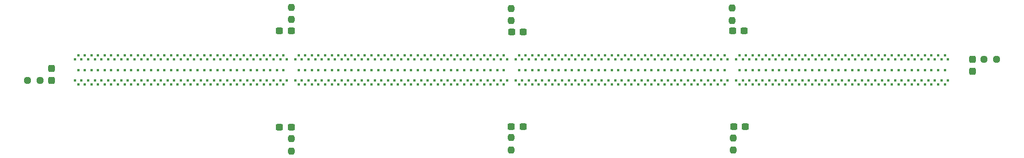
<source format=gbr>
%TF.GenerationSoftware,KiCad,Pcbnew,8.0.2*%
%TF.CreationDate,2024-07-16T15:49:33+02:00*%
%TF.ProjectId,4-MPPC_FARICH_Prototype,342d4d50-5043-45f4-9641-524943485f50,rev?*%
%TF.SameCoordinates,Original*%
%TF.FileFunction,Paste,Top*%
%TF.FilePolarity,Positive*%
%FSLAX46Y46*%
G04 Gerber Fmt 4.6, Leading zero omitted, Abs format (unit mm)*
G04 Created by KiCad (PCBNEW 8.0.2) date 2024-07-16 15:49:33*
%MOMM*%
%LPD*%
G01*
G04 APERTURE LIST*
G04 Aperture macros list*
%AMRoundRect*
0 Rectangle with rounded corners*
0 $1 Rounding radius*
0 $2 $3 $4 $5 $6 $7 $8 $9 X,Y pos of 4 corners*
0 Add a 4 corners polygon primitive as box body*
4,1,4,$2,$3,$4,$5,$6,$7,$8,$9,$2,$3,0*
0 Add four circle primitives for the rounded corners*
1,1,$1+$1,$2,$3*
1,1,$1+$1,$4,$5*
1,1,$1+$1,$6,$7*
1,1,$1+$1,$8,$9*
0 Add four rect primitives between the rounded corners*
20,1,$1+$1,$2,$3,$4,$5,0*
20,1,$1+$1,$4,$5,$6,$7,0*
20,1,$1+$1,$6,$7,$8,$9,0*
20,1,$1+$1,$8,$9,$2,$3,0*%
G04 Aperture macros list end*
%ADD10RoundRect,0.237500X-0.237500X0.250000X-0.237500X-0.250000X0.237500X-0.250000X0.237500X0.250000X0*%
%ADD11RoundRect,0.237500X0.300000X0.237500X-0.300000X0.237500X-0.300000X-0.237500X0.300000X-0.237500X0*%
%ADD12RoundRect,0.237500X0.237500X-0.250000X0.237500X0.250000X-0.237500X0.250000X-0.237500X-0.250000X0*%
%ADD13C,0.450000*%
%ADD14RoundRect,0.237500X-0.250000X-0.237500X0.250000X-0.237500X0.250000X0.237500X-0.250000X0.237500X0*%
%ADD15RoundRect,0.237500X-0.237500X0.300000X-0.237500X-0.300000X0.237500X-0.300000X0.237500X0.300000X0*%
%ADD16RoundRect,0.237500X-0.300000X-0.237500X0.300000X-0.237500X0.300000X0.237500X-0.300000X0.237500X0*%
%ADD17RoundRect,0.237500X0.237500X-0.300000X0.237500X0.300000X-0.237500X0.300000X-0.237500X-0.300000X0*%
%ADD18RoundRect,0.237500X0.250000X0.237500X-0.250000X0.237500X-0.250000X-0.237500X0.250000X-0.237500X0*%
G04 APERTURE END LIST*
D10*
%TO.C,R4*%
X178720707Y-101126793D03*
X178720707Y-102951793D03*
%TD*%
D11*
%TO.C,C2*%
X113313207Y-99549293D03*
X111588207Y-99549293D03*
%TD*%
D12*
%TO.C,R7*%
X178565707Y-83669889D03*
X178565707Y-81844889D03*
%TD*%
D13*
%TO.C,MPPC1*%
X112680000Y-92580000D03*
X112190000Y-88880000D03*
X112190000Y-93180000D03*
X111700000Y-89480000D03*
X111700000Y-92580000D03*
X111210000Y-88880000D03*
X111210000Y-93180000D03*
X110720000Y-89480000D03*
X110720000Y-92580000D03*
X110230000Y-88880000D03*
X110230000Y-93180000D03*
X109740000Y-89480000D03*
X109740000Y-92580000D03*
X109250000Y-88880000D03*
X109250000Y-93180000D03*
X108760000Y-89480000D03*
X108760000Y-92580000D03*
X108270000Y-88880000D03*
X108270000Y-93180000D03*
X107780000Y-89480000D03*
X107780000Y-92580000D03*
X107290000Y-88880000D03*
X107290000Y-93180000D03*
X106800000Y-89480000D03*
X106800000Y-92580000D03*
X106310000Y-88880000D03*
X106310000Y-93180000D03*
X105820000Y-89480000D03*
X105820000Y-92580000D03*
X105330000Y-88880000D03*
X105330000Y-93180000D03*
X104840000Y-89480000D03*
X104840000Y-92580000D03*
X104350000Y-88880000D03*
X104350000Y-93180000D03*
X103860000Y-89480000D03*
X103860000Y-92580000D03*
X103370000Y-88880000D03*
X103370000Y-93180000D03*
X102880000Y-89480000D03*
X102880000Y-92580000D03*
X102390000Y-88880000D03*
X102390000Y-93180000D03*
X101900000Y-89480000D03*
X101900000Y-92580000D03*
X101410000Y-88880000D03*
X101410000Y-93180000D03*
X100920000Y-89480000D03*
X100920000Y-92580000D03*
X100430000Y-88880000D03*
X100430000Y-93180000D03*
X99940000Y-89480000D03*
X99940000Y-92580000D03*
X99450000Y-88880000D03*
X99450000Y-93180000D03*
X98960000Y-89480000D03*
X98960000Y-92580000D03*
X98470000Y-88880000D03*
X98470000Y-93180000D03*
X97980000Y-89480000D03*
X97980000Y-92580000D03*
X97490000Y-88880000D03*
X97490000Y-93180000D03*
X97000000Y-89480000D03*
X97000000Y-92580000D03*
X96510000Y-88880000D03*
X96510000Y-93180000D03*
X96020000Y-89480000D03*
X96020000Y-92580000D03*
X95530000Y-88880000D03*
X95530000Y-93180000D03*
X95040000Y-89480000D03*
X95040000Y-92580000D03*
X94550000Y-88880000D03*
X94550000Y-93180000D03*
X94060000Y-89480000D03*
X94060000Y-92580000D03*
X93570000Y-88880000D03*
X93570000Y-93180000D03*
X93080000Y-89480000D03*
X93080000Y-92580000D03*
X92590000Y-88880000D03*
X92590000Y-93180000D03*
X92100000Y-89480000D03*
X92100000Y-92580000D03*
X91610000Y-88880000D03*
X91610000Y-93180000D03*
X91120000Y-89480000D03*
X91120000Y-92580000D03*
X90630000Y-88880000D03*
X90630000Y-93180000D03*
X90140000Y-89480000D03*
X90140000Y-92580000D03*
X89650000Y-88880000D03*
X89650000Y-93180000D03*
X89160000Y-89480000D03*
X89160000Y-92580000D03*
X88670000Y-88880000D03*
X88670000Y-93180000D03*
X88180000Y-89480000D03*
X88180000Y-92580000D03*
X87690000Y-88880000D03*
X87690000Y-93180000D03*
X87200000Y-89480000D03*
X87200000Y-92580000D03*
X86710000Y-88880000D03*
X86710000Y-93180000D03*
X86220000Y-89480000D03*
X86220000Y-92580000D03*
X85730000Y-88880000D03*
X85730000Y-93180000D03*
X85240000Y-89480000D03*
X85240000Y-92580000D03*
X84750000Y-88880000D03*
X84750000Y-93180000D03*
X84260000Y-89480000D03*
X84260000Y-92580000D03*
X83770000Y-88880000D03*
X83770000Y-93180000D03*
X83280000Y-89480000D03*
X83280000Y-92580000D03*
X82790000Y-88880000D03*
X82790000Y-93180000D03*
X82300000Y-89480000D03*
X82300000Y-92580000D03*
X81810000Y-88880000D03*
X81810000Y-93180000D03*
X81320000Y-89480000D03*
X81320000Y-92580000D03*
X81810000Y-91030000D03*
X82790000Y-91030000D03*
X83770000Y-91030000D03*
X84750000Y-91030000D03*
X85730000Y-91030000D03*
X86710000Y-91030000D03*
X87690000Y-91030000D03*
X88670000Y-91030000D03*
X89650000Y-91030000D03*
X90630000Y-91030000D03*
X91610000Y-91030000D03*
X92590000Y-91030000D03*
X93570000Y-91030000D03*
X94550000Y-91030000D03*
X95530000Y-91030000D03*
X96510000Y-91030000D03*
X97490000Y-91030000D03*
X98470000Y-91030000D03*
X99450000Y-91030000D03*
X100430000Y-91030000D03*
X101410000Y-91030000D03*
X102390000Y-91030000D03*
X103370000Y-91030000D03*
X104350000Y-91030000D03*
X105330000Y-91030000D03*
X106310000Y-91030000D03*
X107290000Y-91030000D03*
X108270000Y-91030000D03*
X109250000Y-91030000D03*
X110230000Y-91030000D03*
X111210000Y-91030000D03*
X112190000Y-91030000D03*
X112680000Y-89480000D03*
%TD*%
%TO.C,MPPC4*%
X210480000Y-92580000D03*
X209990000Y-88880000D03*
X209990000Y-93180000D03*
X209500000Y-89480000D03*
X209500000Y-92580000D03*
X209010000Y-88880000D03*
X209010000Y-93180000D03*
X208520000Y-89480000D03*
X208520000Y-92580000D03*
X208030000Y-88880000D03*
X208030000Y-93180000D03*
X207540000Y-89480000D03*
X207540000Y-92580000D03*
X207050000Y-88880000D03*
X207050000Y-93180000D03*
X206560000Y-89480000D03*
X206560000Y-92580000D03*
X206070000Y-88880000D03*
X206070000Y-93180000D03*
X205580000Y-89480000D03*
X205580000Y-92580000D03*
X205090000Y-88880000D03*
X205090000Y-93180000D03*
X204600000Y-89480000D03*
X204600000Y-92580000D03*
X204110000Y-88880000D03*
X204110000Y-93180000D03*
X203620000Y-89480000D03*
X203620000Y-92580000D03*
X203130000Y-88880000D03*
X203130000Y-93180000D03*
X202640000Y-89480000D03*
X202640000Y-92580000D03*
X202150000Y-88880000D03*
X202150000Y-93180000D03*
X201660000Y-89480000D03*
X201660000Y-92580000D03*
X201170000Y-88880000D03*
X201170000Y-93180000D03*
X200680000Y-89480000D03*
X200680000Y-92580000D03*
X200190000Y-88880000D03*
X200190000Y-93180000D03*
X199700000Y-89480000D03*
X199700000Y-92580000D03*
X199210000Y-88880000D03*
X199210000Y-93180000D03*
X198720000Y-89480000D03*
X198720000Y-92580000D03*
X198230000Y-88880000D03*
X198230000Y-93180000D03*
X197740000Y-89480000D03*
X197740000Y-92580000D03*
X197250000Y-88880000D03*
X197250000Y-93180000D03*
X196760000Y-89480000D03*
X196760000Y-92580000D03*
X196270000Y-88880000D03*
X196270000Y-93180000D03*
X195780000Y-89480000D03*
X195780000Y-92580000D03*
X195290000Y-88880000D03*
X195290000Y-93180000D03*
X194800000Y-89480000D03*
X194800000Y-92580000D03*
X194310000Y-88880000D03*
X194310000Y-93180000D03*
X193820000Y-89480000D03*
X193820000Y-92580000D03*
X193330000Y-88880000D03*
X193330000Y-93180000D03*
X192840000Y-89480000D03*
X192840000Y-92580000D03*
X192350000Y-88880000D03*
X192350000Y-93180000D03*
X191860000Y-89480000D03*
X191860000Y-92580000D03*
X191370000Y-88880000D03*
X191370000Y-93180000D03*
X190880000Y-89480000D03*
X190880000Y-92580000D03*
X190390000Y-88880000D03*
X190390000Y-93180000D03*
X189900000Y-89480000D03*
X189900000Y-92580000D03*
X189410000Y-88880000D03*
X189410000Y-93180000D03*
X188920000Y-89480000D03*
X188920000Y-92580000D03*
X188430000Y-88880000D03*
X188430000Y-93180000D03*
X187940000Y-89480000D03*
X187940000Y-92580000D03*
X187450000Y-88880000D03*
X187450000Y-93180000D03*
X186960000Y-89480000D03*
X186960000Y-92580000D03*
X186470000Y-88880000D03*
X186470000Y-93180000D03*
X185980000Y-89480000D03*
X185980000Y-92580000D03*
X185490000Y-88880000D03*
X185490000Y-93180000D03*
X185000000Y-89480000D03*
X185000000Y-92580000D03*
X184510000Y-88880000D03*
X184510000Y-93180000D03*
X184020000Y-89480000D03*
X184020000Y-92580000D03*
X183530000Y-88880000D03*
X183530000Y-93180000D03*
X183040000Y-89480000D03*
X183040000Y-92580000D03*
X182550000Y-88880000D03*
X182550000Y-93180000D03*
X182060000Y-89480000D03*
X182060000Y-92580000D03*
X181570000Y-88880000D03*
X181570000Y-93180000D03*
X181080000Y-89480000D03*
X181080000Y-92580000D03*
X180590000Y-88880000D03*
X180590000Y-93180000D03*
X180100000Y-89480000D03*
X180100000Y-92580000D03*
X179610000Y-88880000D03*
X179610000Y-93180000D03*
X179120000Y-89480000D03*
X179120000Y-92580000D03*
X179610000Y-91030000D03*
X180590000Y-91030000D03*
X181570000Y-91030000D03*
X182550000Y-91030000D03*
X183530000Y-91030000D03*
X184510000Y-91030000D03*
X185490000Y-91030000D03*
X186470000Y-91030000D03*
X187450000Y-91030000D03*
X188430000Y-91030000D03*
X189410000Y-91030000D03*
X190390000Y-91030000D03*
X191370000Y-91030000D03*
X192350000Y-91030000D03*
X193330000Y-91030000D03*
X194310000Y-91030000D03*
X195290000Y-91030000D03*
X196270000Y-91030000D03*
X197250000Y-91030000D03*
X198230000Y-91030000D03*
X199210000Y-91030000D03*
X200190000Y-91030000D03*
X201170000Y-91030000D03*
X202150000Y-91030000D03*
X203130000Y-91030000D03*
X204110000Y-91030000D03*
X205090000Y-91030000D03*
X206070000Y-91030000D03*
X207050000Y-91030000D03*
X208030000Y-91030000D03*
X209010000Y-91030000D03*
X209990000Y-91030000D03*
X210480000Y-89480000D03*
%TD*%
D10*
%TO.C,R3*%
X145830707Y-101101793D03*
X145830707Y-102926793D03*
%TD*%
D14*
%TO.C,R8*%
X215805707Y-89439293D03*
X217630707Y-89439293D03*
%TD*%
D15*
%TO.C,C8*%
X214118207Y-89496793D03*
X214118207Y-91221793D03*
%TD*%
D16*
%TO.C,C6*%
X145896457Y-85399888D03*
X147621457Y-85399888D03*
%TD*%
%TO.C,C4*%
X178778207Y-99439293D03*
X180503207Y-99439293D03*
%TD*%
D12*
%TO.C,R1*%
X113358957Y-83539888D03*
X113358957Y-81714888D03*
%TD*%
D17*
%TO.C,C5*%
X77850707Y-92571793D03*
X77850707Y-90846793D03*
%TD*%
D11*
%TO.C,C1*%
X113301457Y-85227388D03*
X111576457Y-85227388D03*
%TD*%
D16*
%TO.C,C7*%
X178625707Y-85247389D03*
X180350707Y-85247389D03*
%TD*%
D12*
%TO.C,R6*%
X145838957Y-83712388D03*
X145838957Y-81887388D03*
%TD*%
D13*
%TO.C,MPPC3*%
X177880000Y-92580000D03*
X177390000Y-88880000D03*
X177390000Y-93180000D03*
X176900000Y-89480000D03*
X176900000Y-92580000D03*
X176410000Y-88880000D03*
X176410000Y-93180000D03*
X175920000Y-89480000D03*
X175920000Y-92580000D03*
X175430000Y-88880000D03*
X175430000Y-93180000D03*
X174940000Y-89480000D03*
X174940000Y-92580000D03*
X174450000Y-88880000D03*
X174450000Y-93180000D03*
X173960000Y-89480000D03*
X173960000Y-92580000D03*
X173470000Y-88880000D03*
X173470000Y-93180000D03*
X172980000Y-89480000D03*
X172980000Y-92580000D03*
X172490000Y-88880000D03*
X172490000Y-93180000D03*
X172000000Y-89480000D03*
X172000000Y-92580000D03*
X171510000Y-88880000D03*
X171510000Y-93180000D03*
X171020000Y-89480000D03*
X171020000Y-92580000D03*
X170530000Y-88880000D03*
X170530000Y-93180000D03*
X170040000Y-89480000D03*
X170040000Y-92580000D03*
X169550000Y-88880000D03*
X169550000Y-93180000D03*
X169060000Y-89480000D03*
X169060000Y-92580000D03*
X168570000Y-88880000D03*
X168570000Y-93180000D03*
X168080000Y-89480000D03*
X168080000Y-92580000D03*
X167590000Y-88880000D03*
X167590000Y-93180000D03*
X167100000Y-89480000D03*
X167100000Y-92580000D03*
X166610000Y-88880000D03*
X166610000Y-93180000D03*
X166120000Y-89480000D03*
X166120000Y-92580000D03*
X165630000Y-88880000D03*
X165630000Y-93180000D03*
X165140000Y-89480000D03*
X165140000Y-92580000D03*
X164650000Y-88880000D03*
X164650000Y-93180000D03*
X164160000Y-89480000D03*
X164160000Y-92580000D03*
X163670000Y-88880000D03*
X163670000Y-93180000D03*
X163180000Y-89480000D03*
X163180000Y-92580000D03*
X162690000Y-88880000D03*
X162690000Y-93180000D03*
X162200000Y-89480000D03*
X162200000Y-92580000D03*
X161710000Y-88880000D03*
X161710000Y-93180000D03*
X161220000Y-89480000D03*
X161220000Y-92580000D03*
X160730000Y-88880000D03*
X160730000Y-93180000D03*
X160240000Y-89480000D03*
X160240000Y-92580000D03*
X159750000Y-88880000D03*
X159750000Y-93180000D03*
X159260000Y-89480000D03*
X159260000Y-92580000D03*
X158770000Y-88880000D03*
X158770000Y-93180000D03*
X158280000Y-89480000D03*
X158280000Y-92580000D03*
X157790000Y-88880000D03*
X157790000Y-93180000D03*
X157300000Y-89480000D03*
X157300000Y-92580000D03*
X156810000Y-88880000D03*
X156810000Y-93180000D03*
X156320000Y-89480000D03*
X156320000Y-92580000D03*
X155830000Y-88880000D03*
X155830000Y-93180000D03*
X155340000Y-89480000D03*
X155340000Y-92580000D03*
X154850000Y-88880000D03*
X154850000Y-93180000D03*
X154360000Y-89480000D03*
X154360000Y-92580000D03*
X153870000Y-88880000D03*
X153870000Y-93180000D03*
X153380000Y-89480000D03*
X153380000Y-92580000D03*
X152890000Y-88880000D03*
X152890000Y-93180000D03*
X152400000Y-89480000D03*
X152400000Y-92580000D03*
X151910000Y-88880000D03*
X151910000Y-93180000D03*
X151420000Y-89480000D03*
X151420000Y-92580000D03*
X150930000Y-88880000D03*
X150930000Y-93180000D03*
X150440000Y-89480000D03*
X150440000Y-92580000D03*
X149950000Y-88880000D03*
X149950000Y-93180000D03*
X149460000Y-89480000D03*
X149460000Y-92580000D03*
X148970000Y-88880000D03*
X148970000Y-93180000D03*
X148480000Y-89480000D03*
X148480000Y-92580000D03*
X147990000Y-88880000D03*
X147990000Y-93180000D03*
X147500000Y-89480000D03*
X147500000Y-92580000D03*
X147010000Y-88880000D03*
X147010000Y-93180000D03*
X146520000Y-89480000D03*
X146520000Y-92580000D03*
X147010000Y-91030000D03*
X147990000Y-91030000D03*
X148970000Y-91030000D03*
X149950000Y-91030000D03*
X150930000Y-91030000D03*
X151910000Y-91030000D03*
X152890000Y-91030000D03*
X153870000Y-91030000D03*
X154850000Y-91030000D03*
X155830000Y-91030000D03*
X156810000Y-91030000D03*
X157790000Y-91030000D03*
X158770000Y-91030000D03*
X159750000Y-91030000D03*
X160730000Y-91030000D03*
X161710000Y-91030000D03*
X162690000Y-91030000D03*
X163670000Y-91030000D03*
X164650000Y-91030000D03*
X165630000Y-91030000D03*
X166610000Y-91030000D03*
X167590000Y-91030000D03*
X168570000Y-91030000D03*
X169550000Y-91030000D03*
X170530000Y-91030000D03*
X171510000Y-91030000D03*
X172490000Y-91030000D03*
X173470000Y-91030000D03*
X174450000Y-91030000D03*
X175430000Y-91030000D03*
X176410000Y-91030000D03*
X177390000Y-91030000D03*
X177880000Y-89480000D03*
%TD*%
D18*
%TO.C,R5*%
X76163207Y-92629293D03*
X74338207Y-92629293D03*
%TD*%
D10*
%TO.C,R2*%
X113370707Y-101236793D03*
X113370707Y-103061793D03*
%TD*%
D16*
%TO.C,C3*%
X145888207Y-99414293D03*
X147613207Y-99414293D03*
%TD*%
D13*
%TO.C,MPPC2*%
X145280000Y-92580000D03*
X144790000Y-88880000D03*
X144790000Y-93180000D03*
X144300000Y-89480000D03*
X144300000Y-92580000D03*
X143810000Y-88880000D03*
X143810000Y-93180000D03*
X143320000Y-89480000D03*
X143320000Y-92580000D03*
X142830000Y-88880000D03*
X142830000Y-93180000D03*
X142340000Y-89480000D03*
X142340000Y-92580000D03*
X141850000Y-88880000D03*
X141850000Y-93180000D03*
X141360000Y-89480000D03*
X141360000Y-92580000D03*
X140870000Y-88880000D03*
X140870000Y-93180000D03*
X140380000Y-89480000D03*
X140380000Y-92580000D03*
X139890000Y-88880000D03*
X139890000Y-93180000D03*
X139400000Y-89480000D03*
X139400000Y-92580000D03*
X138910000Y-88880000D03*
X138910000Y-93180000D03*
X138420000Y-89480000D03*
X138420000Y-92580000D03*
X137930000Y-88880000D03*
X137930000Y-93180000D03*
X137440000Y-89480000D03*
X137440000Y-92580000D03*
X136950000Y-88880000D03*
X136950000Y-93180000D03*
X136460000Y-89480000D03*
X136460000Y-92580000D03*
X135970000Y-88880000D03*
X135970000Y-93180000D03*
X135480000Y-89480000D03*
X135480000Y-92580000D03*
X134990000Y-88880000D03*
X134990000Y-93180000D03*
X134500000Y-89480000D03*
X134500000Y-92580000D03*
X134010000Y-88880000D03*
X134010000Y-93180000D03*
X133520000Y-89480000D03*
X133520000Y-92580000D03*
X133030000Y-88880000D03*
X133030000Y-93180000D03*
X132540000Y-89480000D03*
X132540000Y-92580000D03*
X132050000Y-88880000D03*
X132050000Y-93180000D03*
X131560000Y-89480000D03*
X131560000Y-92580000D03*
X131070000Y-88880000D03*
X131070000Y-93180000D03*
X130580000Y-89480000D03*
X130580000Y-92580000D03*
X130090000Y-88880000D03*
X130090000Y-93180000D03*
X129600000Y-89480000D03*
X129600000Y-92580000D03*
X129110000Y-88880000D03*
X129110000Y-93180000D03*
X128620000Y-89480000D03*
X128620000Y-92580000D03*
X128130000Y-88880000D03*
X128130000Y-93180000D03*
X127640000Y-89480000D03*
X127640000Y-92580000D03*
X127150000Y-88880000D03*
X127150000Y-93180000D03*
X126660000Y-89480000D03*
X126660000Y-92580000D03*
X126170000Y-88880000D03*
X126170000Y-93180000D03*
X125680000Y-89480000D03*
X125680000Y-92580000D03*
X125190000Y-88880000D03*
X125190000Y-93180000D03*
X124700000Y-89480000D03*
X124700000Y-92580000D03*
X124210000Y-88880000D03*
X124210000Y-93180000D03*
X123720000Y-89480000D03*
X123720000Y-92580000D03*
X123230000Y-88880000D03*
X123230000Y-93180000D03*
X122740000Y-89480000D03*
X122740000Y-92580000D03*
X122250000Y-88880000D03*
X122250000Y-93180000D03*
X121760000Y-89480000D03*
X121760000Y-92580000D03*
X121270000Y-88880000D03*
X121270000Y-93180000D03*
X120780000Y-89480000D03*
X120780000Y-92580000D03*
X120290000Y-88880000D03*
X120290000Y-93180000D03*
X119800000Y-89480000D03*
X119800000Y-92580000D03*
X119310000Y-88880000D03*
X119310000Y-93180000D03*
X118820000Y-89480000D03*
X118820000Y-92580000D03*
X118330000Y-88880000D03*
X118330000Y-93180000D03*
X117840000Y-89480000D03*
X117840000Y-92580000D03*
X117350000Y-88880000D03*
X117350000Y-93180000D03*
X116860000Y-89480000D03*
X116860000Y-92580000D03*
X116370000Y-88880000D03*
X116370000Y-93180000D03*
X115880000Y-89480000D03*
X115880000Y-92580000D03*
X115390000Y-88880000D03*
X115390000Y-93180000D03*
X114900000Y-89480000D03*
X114900000Y-92580000D03*
X114410000Y-88880000D03*
X114410000Y-93180000D03*
X113920000Y-89480000D03*
X113920000Y-92580000D03*
X114410000Y-91030000D03*
X115390000Y-91030000D03*
X116370000Y-91030000D03*
X117350000Y-91030000D03*
X118330000Y-91030000D03*
X119310000Y-91030000D03*
X120290000Y-91030000D03*
X121270000Y-91030000D03*
X122250000Y-91030000D03*
X123230000Y-91030000D03*
X124210000Y-91030000D03*
X125190000Y-91030000D03*
X126170000Y-91030000D03*
X127150000Y-91030000D03*
X128130000Y-91030000D03*
X129110000Y-91030000D03*
X130090000Y-91030000D03*
X131070000Y-91030000D03*
X132050000Y-91030000D03*
X133030000Y-91030000D03*
X134010000Y-91030000D03*
X134990000Y-91030000D03*
X135970000Y-91030000D03*
X136950000Y-91030000D03*
X137930000Y-91030000D03*
X138910000Y-91030000D03*
X139890000Y-91030000D03*
X140870000Y-91030000D03*
X141850000Y-91030000D03*
X142830000Y-91030000D03*
X143810000Y-91030000D03*
X144790000Y-91030000D03*
X145280000Y-89480000D03*
%TD*%
M02*

</source>
